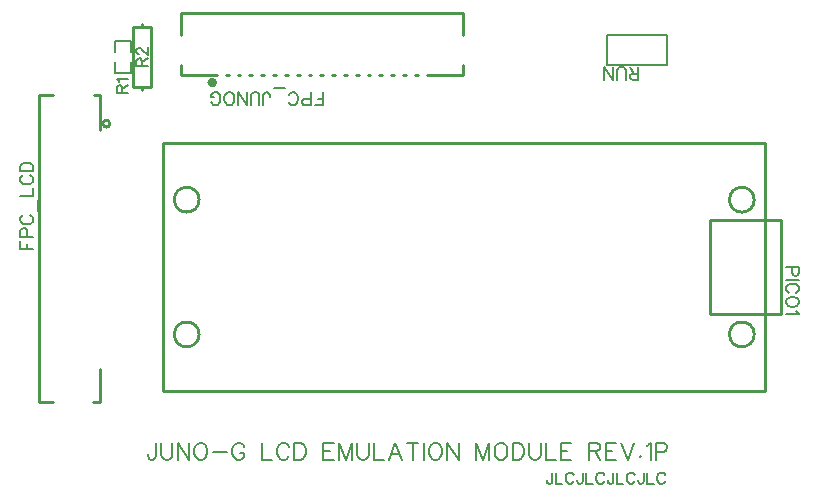
<source format=gto>
G04 Layer: TopSilkscreenLayer*
G04 EasyEDA v6.5.42, 2024-06-06 15:11:34*
G04 747d3a1ba2664cf59a20e4d60a0d89bc,449d0d4cb6024136a387a2ed91670e05,10*
G04 Gerber Generator version 0.2*
G04 Scale: 100 percent, Rotated: No, Reflected: No *
G04 Dimensions in millimeters *
G04 leading zeros omitted , absolute positions ,4 integer and 5 decimal *
%FSLAX45Y45*%
%MOMM*%

%ADD10C,0.2032*%
%ADD11C,0.1524*%
%ADD12C,0.2030*%
%ADD13C,0.2540*%
%ADD14C,0.4000*%
%ADD15C,0.0126*%

%LPD*%
D10*
X4617465Y354827D02*
G01*
X4617465Y282183D01*
X4612893Y268467D01*
X4608322Y263895D01*
X4599177Y259323D01*
X4590288Y259323D01*
X4581143Y263895D01*
X4576572Y268467D01*
X4572000Y282183D01*
X4572000Y291327D01*
X4647438Y354827D02*
G01*
X4647438Y259323D01*
X4647438Y259323D02*
G01*
X4702047Y259323D01*
X4800091Y332221D02*
G01*
X4795520Y341365D01*
X4786629Y350255D01*
X4777486Y354827D01*
X4759197Y354827D01*
X4750308Y350255D01*
X4741163Y341365D01*
X4736591Y332221D01*
X4732020Y318505D01*
X4732020Y295899D01*
X4736591Y282183D01*
X4741163Y273039D01*
X4750308Y263895D01*
X4759197Y259323D01*
X4777486Y259323D01*
X4786629Y263895D01*
X4795520Y273039D01*
X4800091Y282183D01*
X4875529Y354827D02*
G01*
X4875529Y282183D01*
X4871211Y268467D01*
X4866640Y263895D01*
X4857495Y259323D01*
X4848352Y259323D01*
X4839208Y263895D01*
X4834636Y268467D01*
X4830063Y282183D01*
X4830063Y291327D01*
X4905756Y354827D02*
G01*
X4905756Y259323D01*
X4905756Y259323D02*
G01*
X4960111Y259323D01*
X5058409Y332221D02*
G01*
X5053838Y341365D01*
X5044693Y350255D01*
X5035550Y354827D01*
X5017515Y354827D01*
X5008372Y350255D01*
X4999227Y341365D01*
X4994656Y332221D01*
X4990084Y318505D01*
X4990084Y295899D01*
X4994656Y282183D01*
X4999227Y273039D01*
X5008372Y263895D01*
X5017515Y259323D01*
X5035550Y259323D01*
X5044693Y263895D01*
X5053838Y273039D01*
X5058409Y282183D01*
X5133847Y354827D02*
G01*
X5133847Y282183D01*
X5129275Y268467D01*
X5124704Y263895D01*
X5115559Y259323D01*
X5106670Y259323D01*
X5097525Y263895D01*
X5092954Y268467D01*
X5088381Y282183D01*
X5088381Y291327D01*
X5163820Y354827D02*
G01*
X5163820Y259323D01*
X5163820Y259323D02*
G01*
X5218429Y259323D01*
X5316474Y332221D02*
G01*
X5311902Y341365D01*
X5303011Y350255D01*
X5293868Y354827D01*
X5275579Y354827D01*
X5266436Y350255D01*
X5257545Y341365D01*
X5252974Y332221D01*
X5248402Y318505D01*
X5248402Y295899D01*
X5252974Y282183D01*
X5257545Y273039D01*
X5266436Y263895D01*
X5275579Y259323D01*
X5293868Y259323D01*
X5303011Y263895D01*
X5311902Y273039D01*
X5316474Y282183D01*
X5391911Y354827D02*
G01*
X5391911Y282183D01*
X5387340Y268467D01*
X5383022Y263895D01*
X5373877Y259323D01*
X5364734Y259323D01*
X5355590Y263895D01*
X5351018Y268467D01*
X5346445Y282183D01*
X5346445Y291327D01*
X5421884Y354827D02*
G01*
X5421884Y259323D01*
X5421884Y259323D02*
G01*
X5476493Y259323D01*
X5574791Y332221D02*
G01*
X5570220Y341365D01*
X5561075Y350255D01*
X5551931Y354827D01*
X5533897Y354827D01*
X5524754Y350255D01*
X5515609Y341365D01*
X5511038Y332221D01*
X5506465Y318505D01*
X5506465Y295899D01*
X5511038Y282183D01*
X5515609Y273039D01*
X5524754Y263895D01*
X5533897Y259323D01*
X5551931Y259323D01*
X5561075Y263895D01*
X5570220Y273039D01*
X5574791Y282183D01*
X1261973Y608558D02*
G01*
X1261973Y499592D01*
X1255115Y479018D01*
X1248257Y472160D01*
X1234795Y465302D01*
X1221079Y465302D01*
X1207363Y472160D01*
X1200505Y479018D01*
X1193901Y499592D01*
X1193901Y513054D01*
X1306931Y608558D02*
G01*
X1306931Y506196D01*
X1313789Y485876D01*
X1327505Y472160D01*
X1347825Y465302D01*
X1361541Y465302D01*
X1381861Y472160D01*
X1395577Y485876D01*
X1402435Y506196D01*
X1402435Y608558D01*
X1447393Y608558D02*
G01*
X1447393Y465302D01*
X1447393Y608558D02*
G01*
X1542897Y465302D01*
X1542897Y608558D02*
G01*
X1542897Y465302D01*
X1628749Y608558D02*
G01*
X1615287Y601700D01*
X1601571Y587984D01*
X1594713Y574522D01*
X1587855Y553948D01*
X1587855Y519912D01*
X1594713Y499592D01*
X1601571Y485876D01*
X1615287Y472160D01*
X1628749Y465302D01*
X1656181Y465302D01*
X1669643Y472160D01*
X1683359Y485876D01*
X1690217Y499592D01*
X1697075Y519912D01*
X1697075Y553948D01*
X1690217Y574522D01*
X1683359Y587984D01*
X1669643Y601700D01*
X1656181Y608558D01*
X1628749Y608558D01*
X1742033Y526770D02*
G01*
X1864715Y526770D01*
X2012035Y574522D02*
G01*
X2005177Y587984D01*
X1991461Y601700D01*
X1977999Y608558D01*
X1950567Y608558D01*
X1937105Y601700D01*
X1923389Y587984D01*
X1916531Y574522D01*
X1909673Y553948D01*
X1909673Y519912D01*
X1916531Y499592D01*
X1923389Y485876D01*
X1937105Y472160D01*
X1950567Y465302D01*
X1977999Y465302D01*
X1991461Y472160D01*
X2005177Y485876D01*
X2012035Y499592D01*
X2012035Y519912D01*
X1977999Y519912D02*
G01*
X2012035Y519912D01*
X2161895Y608558D02*
G01*
X2161895Y465302D01*
X2161895Y465302D02*
G01*
X2243683Y465302D01*
X2391003Y574522D02*
G01*
X2384145Y587984D01*
X2370683Y601700D01*
X2356967Y608558D01*
X2329789Y608558D01*
X2316073Y601700D01*
X2302357Y587984D01*
X2295499Y574522D01*
X2288895Y553948D01*
X2288895Y519912D01*
X2295499Y499592D01*
X2302357Y485876D01*
X2316073Y472160D01*
X2329789Y465302D01*
X2356967Y465302D01*
X2370683Y472160D01*
X2384145Y485876D01*
X2391003Y499592D01*
X2435961Y608558D02*
G01*
X2435961Y465302D01*
X2435961Y608558D02*
G01*
X2483713Y608558D01*
X2504287Y601700D01*
X2518003Y587984D01*
X2524607Y574522D01*
X2531465Y553948D01*
X2531465Y519912D01*
X2524607Y499592D01*
X2518003Y485876D01*
X2504287Y472160D01*
X2483713Y465302D01*
X2435961Y465302D01*
X2681579Y608558D02*
G01*
X2681579Y465302D01*
X2681579Y608558D02*
G01*
X2770225Y608558D01*
X2681579Y540486D02*
G01*
X2736189Y540486D01*
X2681579Y465302D02*
G01*
X2770225Y465302D01*
X2815183Y608558D02*
G01*
X2815183Y465302D01*
X2815183Y608558D02*
G01*
X2869793Y465302D01*
X2924149Y608558D02*
G01*
X2869793Y465302D01*
X2924149Y608558D02*
G01*
X2924149Y465302D01*
X2969361Y608558D02*
G01*
X2969361Y506196D01*
X2975965Y485876D01*
X2989681Y472160D01*
X3010255Y465302D01*
X3023717Y465302D01*
X3044291Y472160D01*
X3058007Y485876D01*
X3064611Y506196D01*
X3064611Y608558D01*
X3109823Y608558D02*
G01*
X3109823Y465302D01*
X3109823Y465302D02*
G01*
X3191611Y465302D01*
X3291179Y608558D02*
G01*
X3236569Y465302D01*
X3291179Y608558D02*
G01*
X3345535Y465302D01*
X3256889Y513054D02*
G01*
X3325215Y513054D01*
X3438245Y608558D02*
G01*
X3438245Y465302D01*
X3390493Y608558D02*
G01*
X3485997Y608558D01*
X3530955Y608558D02*
G01*
X3530955Y465302D01*
X3617061Y608558D02*
G01*
X3603345Y601700D01*
X3589629Y587984D01*
X3582771Y574522D01*
X3576167Y553948D01*
X3576167Y519912D01*
X3582771Y499592D01*
X3589629Y485876D01*
X3603345Y472160D01*
X3617061Y465302D01*
X3644239Y465302D01*
X3657955Y472160D01*
X3671417Y485876D01*
X3678275Y499592D01*
X3685133Y519912D01*
X3685133Y553948D01*
X3678275Y574522D01*
X3671417Y587984D01*
X3657955Y601700D01*
X3644239Y608558D01*
X3617061Y608558D01*
X3730091Y608558D02*
G01*
X3730091Y465302D01*
X3730091Y608558D02*
G01*
X3825595Y465302D01*
X3825595Y608558D02*
G01*
X3825595Y465302D01*
X3975709Y608558D02*
G01*
X3975709Y465302D01*
X3975709Y608558D02*
G01*
X4030065Y465302D01*
X4084675Y608558D02*
G01*
X4030065Y465302D01*
X4084675Y608558D02*
G01*
X4084675Y465302D01*
X4170527Y608558D02*
G01*
X4157065Y601700D01*
X4143349Y587984D01*
X4136491Y574522D01*
X4129633Y553948D01*
X4129633Y519912D01*
X4136491Y499592D01*
X4143349Y485876D01*
X4157065Y472160D01*
X4170527Y465302D01*
X4197959Y465302D01*
X4211421Y472160D01*
X4225137Y485876D01*
X4231995Y499592D01*
X4238853Y519912D01*
X4238853Y553948D01*
X4231995Y574522D01*
X4225137Y587984D01*
X4211421Y601700D01*
X4197959Y608558D01*
X4170527Y608558D01*
X4283811Y608558D02*
G01*
X4283811Y465302D01*
X4283811Y608558D02*
G01*
X4331563Y608558D01*
X4351883Y601700D01*
X4365599Y587984D01*
X4372457Y574522D01*
X4379315Y553948D01*
X4379315Y519912D01*
X4372457Y499592D01*
X4365599Y485876D01*
X4351883Y472160D01*
X4331563Y465302D01*
X4283811Y465302D01*
X4424273Y608558D02*
G01*
X4424273Y506196D01*
X4431131Y485876D01*
X4444593Y472160D01*
X4465167Y465302D01*
X4478883Y465302D01*
X4499203Y472160D01*
X4512919Y485876D01*
X4519777Y506196D01*
X4519777Y608558D01*
X4564735Y608558D02*
G01*
X4564735Y465302D01*
X4564735Y465302D02*
G01*
X4646523Y465302D01*
X4691481Y608558D02*
G01*
X4691481Y465302D01*
X4691481Y608558D02*
G01*
X4780127Y608558D01*
X4691481Y540486D02*
G01*
X4746091Y540486D01*
X4691481Y465302D02*
G01*
X4780127Y465302D01*
X4930241Y608558D02*
G01*
X4930241Y465302D01*
X4930241Y608558D02*
G01*
X4991455Y608558D01*
X5012029Y601700D01*
X5018887Y594842D01*
X5025491Y581380D01*
X5025491Y567664D01*
X5018887Y553948D01*
X5012029Y547090D01*
X4991455Y540486D01*
X4930241Y540486D01*
X4977993Y540486D02*
G01*
X5025491Y465302D01*
X5070703Y608558D02*
G01*
X5070703Y465302D01*
X5070703Y608558D02*
G01*
X5159349Y608558D01*
X5070703Y540486D02*
G01*
X5125059Y540486D01*
X5070703Y465302D02*
G01*
X5159349Y465302D01*
X5204307Y608558D02*
G01*
X5258917Y465302D01*
X5313273Y608558D02*
G01*
X5258917Y465302D01*
X5365089Y499592D02*
G01*
X5358231Y492734D01*
X5365089Y485876D01*
X5371947Y492734D01*
X5365089Y499592D01*
X5416905Y581380D02*
G01*
X5430621Y587984D01*
X5450941Y608558D01*
X5450941Y465302D01*
X5496153Y608558D02*
G01*
X5496153Y465302D01*
X5496153Y608558D02*
G01*
X5557367Y608558D01*
X5577941Y601700D01*
X5584799Y594842D01*
X5591403Y581380D01*
X5591403Y560806D01*
X5584799Y547090D01*
X5577941Y540486D01*
X5557367Y533628D01*
X5496153Y533628D01*
D11*
X5346700Y3681984D02*
G01*
X5346700Y3790950D01*
X5346700Y3681984D02*
G01*
X5299963Y3681984D01*
X5284470Y3687063D01*
X5279136Y3692397D01*
X5274056Y3702812D01*
X5274056Y3713226D01*
X5279136Y3723639D01*
X5284470Y3728720D01*
X5299963Y3733800D01*
X5346700Y3733800D01*
X5310377Y3733800D02*
G01*
X5274056Y3790950D01*
X5239765Y3681984D02*
G01*
X5239765Y3759962D01*
X5234431Y3775455D01*
X5224018Y3785870D01*
X5208524Y3790950D01*
X5198109Y3790950D01*
X5182615Y3785870D01*
X5172202Y3775455D01*
X5166868Y3759962D01*
X5166868Y3681984D01*
X5132577Y3681984D02*
G01*
X5132577Y3790950D01*
X5132577Y3681984D02*
G01*
X5059934Y3790950D01*
X5059934Y3681984D02*
G01*
X5059934Y3790950D01*
X6706615Y2095500D02*
G01*
X6597650Y2095500D01*
X6706615Y2095500D02*
G01*
X6706615Y2048763D01*
X6701536Y2033270D01*
X6696202Y2027936D01*
X6685788Y2022855D01*
X6670293Y2022855D01*
X6659879Y2027936D01*
X6654800Y2033270D01*
X6649465Y2048763D01*
X6649465Y2095500D01*
X6706615Y1988565D02*
G01*
X6597650Y1988565D01*
X6680708Y1876297D02*
G01*
X6691122Y1881378D01*
X6701536Y1891792D01*
X6706615Y1902205D01*
X6706615Y1923034D01*
X6701536Y1933447D01*
X6691122Y1943862D01*
X6680708Y1948942D01*
X6664959Y1954276D01*
X6639052Y1954276D01*
X6623558Y1948942D01*
X6613143Y1943862D01*
X6602729Y1933447D01*
X6597650Y1923034D01*
X6597650Y1902205D01*
X6602729Y1891792D01*
X6613143Y1881378D01*
X6623558Y1876297D01*
X6706615Y1810765D02*
G01*
X6701536Y1821179D01*
X6691122Y1831594D01*
X6680708Y1836673D01*
X6664959Y1842007D01*
X6639052Y1842007D01*
X6623558Y1836673D01*
X6613143Y1831594D01*
X6602729Y1821179D01*
X6597650Y1810765D01*
X6597650Y1789937D01*
X6602729Y1779523D01*
X6613143Y1769110D01*
X6623558Y1764029D01*
X6639052Y1758950D01*
X6664959Y1758950D01*
X6680708Y1764029D01*
X6691122Y1769110D01*
X6701536Y1779523D01*
X6706615Y1789937D01*
X6706615Y1810765D01*
X6685788Y1724660D02*
G01*
X6691122Y1714245D01*
X6706615Y1698497D01*
X6597650Y1698497D01*
X2674327Y3465309D02*
G01*
X2674327Y3574529D01*
X2674327Y3465309D02*
G01*
X2606763Y3465309D01*
X2674327Y3517379D02*
G01*
X2632671Y3517379D01*
X2572473Y3465309D02*
G01*
X2572473Y3574529D01*
X2572473Y3465309D02*
G01*
X2525737Y3465309D01*
X2510243Y3470643D01*
X2504909Y3475723D01*
X2499829Y3486137D01*
X2499829Y3501885D01*
X2504909Y3512299D01*
X2510243Y3517379D01*
X2525737Y3522459D01*
X2572473Y3522459D01*
X2387561Y3491471D02*
G01*
X2392641Y3481057D01*
X2403055Y3470643D01*
X2413469Y3465309D01*
X2434297Y3465309D01*
X2444711Y3470643D01*
X2455125Y3481057D01*
X2460205Y3491471D01*
X2465539Y3506965D01*
X2465539Y3532873D01*
X2460205Y3548621D01*
X2455125Y3559035D01*
X2444711Y3569449D01*
X2434297Y3574529D01*
X2413469Y3574529D01*
X2403055Y3569449D01*
X2392641Y3559035D01*
X2387561Y3548621D01*
X2353271Y3610851D02*
G01*
X2259799Y3610851D01*
X2173439Y3465309D02*
G01*
X2173439Y3548621D01*
X2178773Y3564115D01*
X2183853Y3569449D01*
X2194267Y3574529D01*
X2204681Y3574529D01*
X2215095Y3569449D01*
X2220175Y3564115D01*
X2225509Y3548621D01*
X2225509Y3538207D01*
X2139149Y3465309D02*
G01*
X2139149Y3543287D01*
X2134069Y3559035D01*
X2123655Y3569449D01*
X2107907Y3574529D01*
X2097493Y3574529D01*
X2081999Y3569449D01*
X2071585Y3559035D01*
X2066505Y3543287D01*
X2066505Y3465309D01*
X2032215Y3465309D02*
G01*
X2032215Y3574529D01*
X2032215Y3465309D02*
G01*
X1959317Y3574529D01*
X1959317Y3465309D02*
G01*
X1959317Y3574529D01*
X1894039Y3465309D02*
G01*
X1904453Y3470643D01*
X1914613Y3481057D01*
X1919947Y3491471D01*
X1925027Y3506965D01*
X1925027Y3532873D01*
X1919947Y3548621D01*
X1914613Y3559035D01*
X1904453Y3569449D01*
X1894039Y3574529D01*
X1873211Y3574529D01*
X1862797Y3569449D01*
X1852383Y3559035D01*
X1847303Y3548621D01*
X1841969Y3532873D01*
X1841969Y3506965D01*
X1847303Y3491471D01*
X1852383Y3481057D01*
X1862797Y3470643D01*
X1873211Y3465309D01*
X1894039Y3465309D01*
X1729701Y3491471D02*
G01*
X1735035Y3481057D01*
X1745449Y3470643D01*
X1755863Y3465309D01*
X1776437Y3465309D01*
X1786851Y3470643D01*
X1797265Y3481057D01*
X1802599Y3491471D01*
X1807679Y3506965D01*
X1807679Y3532873D01*
X1802599Y3548621D01*
X1797265Y3559035D01*
X1786851Y3569449D01*
X1776437Y3574529D01*
X1755863Y3574529D01*
X1745449Y3569449D01*
X1735035Y3559035D01*
X1729701Y3548621D01*
X1729701Y3532873D01*
X1755863Y3532873D02*
G01*
X1729701Y3532873D01*
X115671Y2249931D02*
G01*
X224637Y2249931D01*
X115671Y2249931D02*
G01*
X115671Y2317495D01*
X167487Y2249931D02*
G01*
X167487Y2291587D01*
X115671Y2351786D02*
G01*
X224637Y2351786D01*
X115671Y2351786D02*
G01*
X115671Y2398521D01*
X120751Y2414270D01*
X126085Y2419350D01*
X136499Y2424429D01*
X151993Y2424429D01*
X162407Y2419350D01*
X167487Y2414270D01*
X172821Y2398521D01*
X172821Y2351786D01*
X141579Y2536697D02*
G01*
X131165Y2531618D01*
X120751Y2521204D01*
X115671Y2510789D01*
X115671Y2489962D01*
X120751Y2479547D01*
X131165Y2469134D01*
X141579Y2464054D01*
X157073Y2458720D01*
X183235Y2458720D01*
X198729Y2464054D01*
X209143Y2469134D01*
X219557Y2479547D01*
X224637Y2489962D01*
X224637Y2510789D01*
X219557Y2521204D01*
X209143Y2531618D01*
X198729Y2536697D01*
X260959Y2570987D02*
G01*
X260959Y2664460D01*
X115671Y2698750D02*
G01*
X224637Y2698750D01*
X224637Y2698750D02*
G01*
X224637Y2761234D01*
X141579Y2873502D02*
G01*
X131165Y2868168D01*
X120751Y2857754D01*
X115671Y2847339D01*
X115671Y2826765D01*
X120751Y2816352D01*
X131165Y2805937D01*
X141579Y2800604D01*
X157073Y2795523D01*
X183235Y2795523D01*
X198729Y2800604D01*
X209143Y2805937D01*
X219557Y2816352D01*
X224637Y2826765D01*
X224637Y2847339D01*
X219557Y2857754D01*
X209143Y2868168D01*
X198729Y2873502D01*
X115671Y2907792D02*
G01*
X224637Y2907792D01*
X115671Y2907792D02*
G01*
X115671Y2944113D01*
X120751Y2959607D01*
X131165Y2970021D01*
X141579Y2975355D01*
X157073Y2980436D01*
X183235Y2980436D01*
X198729Y2975355D01*
X209143Y2970021D01*
X219557Y2959607D01*
X224637Y2944113D01*
X224637Y2907792D01*
X932952Y3569665D02*
G01*
X1028456Y3569665D01*
X932952Y3569665D02*
G01*
X932952Y3610559D01*
X937524Y3624275D01*
X942096Y3628847D01*
X950986Y3633419D01*
X960130Y3633419D01*
X969274Y3628847D01*
X973846Y3624275D01*
X978418Y3610559D01*
X978418Y3569665D01*
X978418Y3601415D02*
G01*
X1028456Y3633419D01*
X950986Y3663391D02*
G01*
X946414Y3672281D01*
X932952Y3685997D01*
X1028456Y3685997D01*
X1098052Y3798265D02*
G01*
X1193556Y3798265D01*
X1098052Y3798265D02*
G01*
X1098052Y3839159D01*
X1102624Y3852875D01*
X1107196Y3857447D01*
X1116086Y3862019D01*
X1125230Y3862019D01*
X1134374Y3857447D01*
X1138946Y3852875D01*
X1143518Y3839159D01*
X1143518Y3798265D01*
X1143518Y3830015D02*
G01*
X1193556Y3862019D01*
X1120658Y3896563D02*
G01*
X1116086Y3896563D01*
X1107196Y3900881D01*
X1102624Y3905453D01*
X1098052Y3914597D01*
X1098052Y3932885D01*
X1102624Y3941775D01*
X1107196Y3946347D01*
X1116086Y3950919D01*
X1125230Y3950919D01*
X1134374Y3946347D01*
X1148090Y3937457D01*
X1193556Y3891991D01*
X1193556Y3955491D01*
D12*
X5080000Y3810000D02*
G01*
X5397500Y3810000D01*
D10*
X5080000Y3810000D02*
G01*
X5080000Y4064000D01*
X5588000Y4064000D01*
X5588000Y3810000D01*
X5397500Y3810000D01*
D13*
X6423507Y3145510D02*
G01*
X6423507Y1045514D01*
X1323517Y1045514D01*
X1323517Y3145510D01*
X6423507Y3145510D01*
X6553504Y2495499D02*
G01*
X6553504Y1695500D01*
X5953506Y1695500D01*
X5953506Y2495499D01*
X6553504Y2495499D01*
X3861996Y3808745D02*
G01*
X3861996Y3721100D01*
X3555116Y3721100D01*
X3861996Y4243763D02*
G01*
X3861996Y4063761D01*
X3861996Y4243763D02*
G01*
X1471998Y4243763D01*
X3455116Y3718750D02*
G01*
X3478885Y3718750D01*
X3355116Y3718750D02*
G01*
X3378885Y3718750D01*
X3255116Y3718750D02*
G01*
X3278886Y3718750D01*
X3155116Y3718750D02*
G01*
X3178886Y3718750D01*
X3055117Y3718750D02*
G01*
X3078886Y3718750D01*
X2955117Y3718750D02*
G01*
X2978886Y3718750D01*
X2855117Y3718750D02*
G01*
X2878886Y3718750D01*
X2755117Y3718750D02*
G01*
X2778886Y3718750D01*
X2655117Y3718750D02*
G01*
X2678887Y3718750D01*
X2555118Y3718750D02*
G01*
X2578887Y3718750D01*
X2455115Y3718750D02*
G01*
X2478887Y3718750D01*
X2355115Y3718750D02*
G01*
X2378885Y3718750D01*
X2255116Y3718750D02*
G01*
X2278885Y3718750D01*
X2155116Y3718750D02*
G01*
X2178885Y3718750D01*
X2055116Y3718750D02*
G01*
X2078885Y3718750D01*
X1955116Y3718750D02*
G01*
X1978886Y3718750D01*
X1855116Y3718750D02*
G01*
X1878886Y3718750D01*
X1472001Y3718750D02*
G01*
X1778886Y3718750D01*
X1472001Y4063758D02*
G01*
X1472001Y4243763D01*
X1472001Y3718750D02*
G01*
X1472001Y3808747D01*
X792520Y949995D02*
G01*
X792520Y1229995D01*
X732520Y949995D02*
G01*
X792520Y949995D01*
X272521Y949995D02*
G01*
X392521Y949995D01*
X272521Y3549995D02*
G01*
X272521Y949995D01*
X392521Y3549995D02*
G01*
X272521Y3549995D01*
X792520Y3549995D02*
G01*
X742520Y3549995D01*
X792520Y3259996D02*
G01*
X792520Y3549995D01*
D11*
X1049050Y3917086D02*
G01*
X1049050Y4012973D01*
X916929Y4012973D01*
X916929Y3917086D01*
X1049050Y3831844D02*
G01*
X1049050Y3735956D01*
X916929Y3735956D01*
X916929Y3831844D01*
D13*
X1142997Y3619461D02*
G01*
X1142997Y3594061D01*
X1142997Y4127461D02*
G01*
X1142997Y4152861D01*
X1142997Y3619461D02*
G01*
X1066797Y3619461D01*
X1219197Y3619461D02*
G01*
X1142997Y3619461D01*
X1219197Y4127461D02*
G01*
X1219197Y3619461D01*
X1142997Y4127461D02*
G01*
X1219197Y4127461D01*
X1066797Y4127461D02*
G01*
X1142997Y4127461D01*
X1066797Y3619461D02*
G01*
X1066797Y4127461D01*
G75*
G01*
X6328512Y2665501D02*
G03*
X6328509Y2664950I-105004J209D01*
G75*
G01*
X6328512Y1525499D02*
G03*
X6328509Y1524947I-105004J208D01*
G75*
G01*
X1628496Y2665501D02*
G03*
X1628493Y2664950I-105004J209D01*
G75*
G01*
X1628496Y1525499D02*
G03*
X1628493Y1524947I-105004J208D01*
D14*
G75*
G01
X1759890Y3657600D02*
G03X1759890Y3657600I-19990J0D01*
D13*
G75*
G01
X872541Y3309976D02*
G03X872541Y3309976I-29997J0D01*
M02*

</source>
